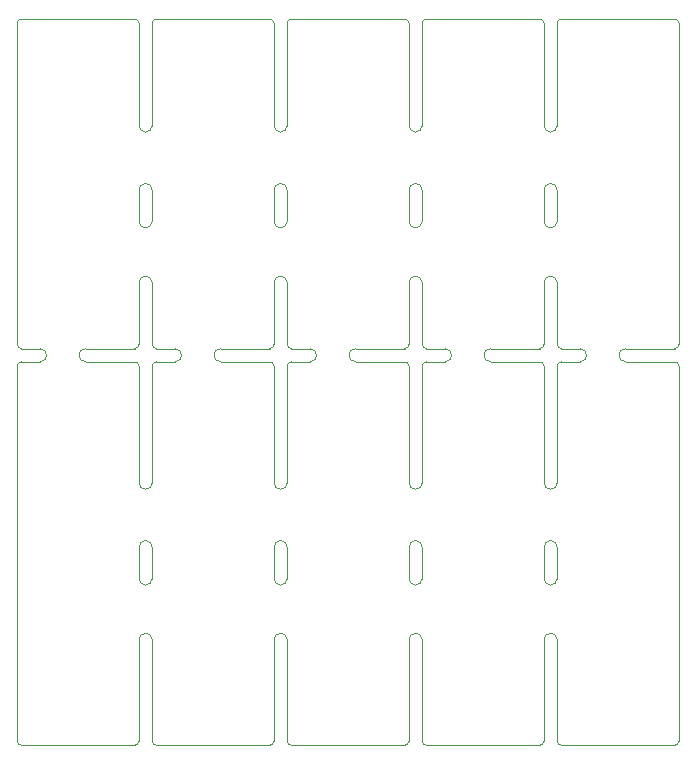
<source format=gm1>
G04 #@! TF.GenerationSoftware,KiCad,Pcbnew,7.0.9*
G04 #@! TF.CreationDate,2023-12-28T16:33:31-08:00*
G04 #@! TF.ProjectId,soic breakouts,736f6963-2062-4726-9561-6b6f7574732e,rev?*
G04 #@! TF.SameCoordinates,Original*
G04 #@! TF.FileFunction,Profile,NP*
%FSLAX46Y46*%
G04 Gerber Fmt 4.6, Leading zero omitted, Abs format (unit mm)*
G04 Created by KiCad (PCBNEW 7.0.9) date 2023-12-28 16:33:31*
%MOMM*%
%LPD*%
G01*
G04 APERTURE LIST*
G04 #@! TA.AperFunction,Profile*
%ADD10C,0.100000*%
G04 #@! TD*
G04 APERTURE END LIST*
D10*
X141706600Y-58394600D02*
X145872200Y-58394600D01*
X141706600Y-58394600D02*
G75*
G03*
X141706600Y-59512200I0J-558800D01*
G01*
X145872200Y-59512200D02*
X141706600Y-59512200D01*
X137845800Y-58394600D02*
X136271000Y-58394600D01*
X137845800Y-59512200D02*
G75*
G03*
X137845800Y-58394600I0J558800D01*
G01*
X137845800Y-59512200D02*
X136271000Y-59512200D01*
X130276600Y-58394600D02*
X134442200Y-58394600D01*
X126415800Y-59512200D02*
X124841000Y-59512200D01*
X130276600Y-58394600D02*
G75*
G03*
X130276600Y-59512200I0J-558800D01*
G01*
X134442200Y-59512200D02*
X130276600Y-59512200D01*
X126415800Y-58394600D02*
X124841000Y-58394600D01*
X126415800Y-59512200D02*
G75*
G03*
X126415800Y-58394600I0J558800D01*
G01*
X118846600Y-58394600D02*
G75*
G03*
X118846600Y-59512200I0J-558800D01*
G01*
X118846600Y-58394600D02*
X123012200Y-58394600D01*
X114985800Y-59512200D02*
X113411000Y-59512200D01*
X114985800Y-58394600D02*
X113411000Y-58394600D01*
X123012200Y-59512200D02*
X118846600Y-59512200D01*
X114985800Y-59512200D02*
G75*
G03*
X114985800Y-58394600I0J558800D01*
G01*
X107416600Y-58394600D02*
G75*
G03*
X107416600Y-59512200I0J-558800D01*
G01*
X103555800Y-58394600D02*
X101981000Y-58394600D01*
X103555800Y-59512200D02*
X101981000Y-59512200D01*
X107416600Y-58394600D02*
X111582200Y-58394600D01*
X103555800Y-59512200D02*
G75*
G03*
X103555800Y-58394600I0J558800D01*
G01*
X111582200Y-59512200D02*
X107416600Y-59512200D01*
X100152200Y-59512200D02*
X95986600Y-59512200D01*
X95986600Y-58394600D02*
X100152200Y-58394600D01*
X92125800Y-59512200D02*
X90551000Y-59512200D01*
X92125800Y-58394600D02*
X90551000Y-58394600D01*
X95986600Y-58394600D02*
G75*
G03*
X95986600Y-59512200I0J-558800D01*
G01*
X92125800Y-59512200D02*
G75*
G03*
X92125800Y-58394600I0J558800D01*
G01*
X135915400Y-77865131D02*
X135915400Y-75198131D01*
X134797800Y-75198131D02*
X134797800Y-77865131D01*
X134797800Y-77865131D02*
G75*
G03*
X135356600Y-78423931I558800J0D01*
G01*
X134797800Y-69748400D02*
G75*
G03*
X135356600Y-70307200I558800J0D01*
G01*
X135356600Y-70307200D02*
G75*
G03*
X135915400Y-69748400I0J558800D01*
G01*
X135915400Y-75198131D02*
G75*
G03*
X135356600Y-74639331I-558800J0D01*
G01*
X135915400Y-83046731D02*
G75*
G03*
X135356600Y-82487931I-558800J0D01*
G01*
X135356600Y-78423931D02*
G75*
G03*
X135915400Y-77865131I0J558800D01*
G01*
X135915400Y-83046731D02*
X135915400Y-91617800D01*
X134797800Y-91617800D02*
X134797800Y-83046731D01*
X135356600Y-82487931D02*
G75*
G03*
X134797800Y-83046731I0J-558800D01*
G01*
X135356600Y-74639331D02*
G75*
G03*
X134797800Y-75198131I0J-558800D01*
G01*
X135915400Y-69748400D02*
X135915400Y-59867800D01*
X134797800Y-59867800D02*
X134797800Y-69748400D01*
X124485400Y-77865131D02*
X124485400Y-75198131D01*
X123367800Y-75198131D02*
X123367800Y-77865131D01*
X124485400Y-83046731D02*
G75*
G03*
X123926600Y-82487931I-558800J0D01*
G01*
X123367800Y-77865131D02*
G75*
G03*
X123926600Y-78423931I558800J0D01*
G01*
X123367800Y-69748400D02*
G75*
G03*
X123926600Y-70307200I558800J0D01*
G01*
X123926600Y-70307200D02*
G75*
G03*
X124485400Y-69748400I0J558800D01*
G01*
X124485400Y-69748400D02*
X124485400Y-59867800D01*
X124485400Y-75198131D02*
G75*
G03*
X123926600Y-74639331I-558800J0D01*
G01*
X123926600Y-78423931D02*
G75*
G03*
X124485400Y-77865131I0J558800D01*
G01*
X124485400Y-83046731D02*
X124485400Y-91617800D01*
X123367800Y-91617800D02*
X123367800Y-83046731D01*
X123926600Y-82487931D02*
G75*
G03*
X123367800Y-83046731I0J-558800D01*
G01*
X123926600Y-74639331D02*
G75*
G03*
X123367800Y-75198131I0J-558800D01*
G01*
X123367800Y-59867800D02*
X123367800Y-69748400D01*
X113055400Y-77865131D02*
X113055400Y-75198131D01*
X111937800Y-75198131D02*
X111937800Y-77865131D01*
X113055400Y-83046731D02*
G75*
G03*
X112496600Y-82487931I-558800J0D01*
G01*
X111937800Y-77865131D02*
G75*
G03*
X112496600Y-78423931I558800J0D01*
G01*
X111937800Y-69748400D02*
G75*
G03*
X112496600Y-70307200I558800J0D01*
G01*
X112496600Y-70307200D02*
G75*
G03*
X113055400Y-69748400I0J558800D01*
G01*
X113055400Y-69748400D02*
X113055400Y-59867800D01*
X113055400Y-75198131D02*
G75*
G03*
X112496600Y-74639331I-558800J0D01*
G01*
X112496600Y-78423931D02*
G75*
G03*
X113055400Y-77865131I0J558800D01*
G01*
X113055400Y-83046731D02*
X113055400Y-91617800D01*
X111937800Y-91617800D02*
X111937800Y-83046731D01*
X112496600Y-82487931D02*
G75*
G03*
X111937800Y-83046731I0J-558800D01*
G01*
X112496600Y-74639331D02*
G75*
G03*
X111937800Y-75198131I0J-558800D01*
G01*
X111937800Y-59867800D02*
X111937800Y-69748400D01*
X111937800Y-59867800D02*
G75*
G03*
X111582200Y-59512200I-355600J0D01*
G01*
X101981000Y-59512200D02*
G75*
G03*
X101625400Y-59867800I0J-355600D01*
G01*
X101625400Y-91617800D02*
G75*
G03*
X101981000Y-91973400I355600J0D01*
G01*
X111582200Y-91973400D02*
G75*
G03*
X111937800Y-91617800I0J355600D01*
G01*
X101981000Y-91973400D02*
X111582200Y-91973400D01*
X101066600Y-70307200D02*
G75*
G03*
X101625400Y-69748400I0J558800D01*
G01*
X101066600Y-78423931D02*
G75*
G03*
X101625400Y-77865131I0J558800D01*
G01*
X101625400Y-83046731D02*
G75*
G03*
X101066600Y-82487931I-558800J0D01*
G01*
X101625400Y-75198131D02*
G75*
G03*
X101066600Y-74639331I-558800J0D01*
G01*
X101625400Y-83046731D02*
X101625400Y-91617800D01*
X100507800Y-91617800D02*
X100507800Y-83046731D01*
X100507800Y-77865131D02*
G75*
G03*
X101066600Y-78423931I558800J0D01*
G01*
X100507800Y-69748400D02*
G75*
G03*
X101066600Y-70307200I558800J0D01*
G01*
X101625400Y-77865131D02*
X101625400Y-75198131D01*
X100507800Y-59867800D02*
X100507800Y-69748400D01*
X101066600Y-82487931D02*
G75*
G03*
X100507800Y-83046731I0J-558800D01*
G01*
X101066600Y-74639331D02*
G75*
G03*
X100507800Y-75198131I0J-558800D01*
G01*
X101625400Y-69748400D02*
X101625400Y-59867800D01*
X100507800Y-75198131D02*
X100507800Y-77865131D01*
X136271000Y-91973400D02*
X145872200Y-91973400D01*
X145872200Y-91973400D02*
G75*
G03*
X146227800Y-91617800I0J355600D01*
G01*
X146227800Y-91617800D02*
X146227800Y-59867800D01*
X146227800Y-59867800D02*
G75*
G03*
X145872200Y-59512200I-355600J0D01*
G01*
X136271000Y-59512200D02*
G75*
G03*
X135915400Y-59867800I0J-355600D01*
G01*
X135915400Y-91617800D02*
G75*
G03*
X136271000Y-91973400I355600J0D01*
G01*
X113411000Y-91973400D02*
X123012200Y-91973400D01*
X123012200Y-91973400D02*
G75*
G03*
X123367800Y-91617800I0J355600D01*
G01*
X123367800Y-59867800D02*
G75*
G03*
X123012200Y-59512200I-355600J0D01*
G01*
X113055400Y-91617800D02*
G75*
G03*
X113411000Y-91973400I355600J0D01*
G01*
X113411000Y-59512200D02*
G75*
G03*
X113055400Y-59867800I0J-355600D01*
G01*
X124841000Y-91973400D02*
X134442200Y-91973400D01*
X134442200Y-91973400D02*
G75*
G03*
X134797800Y-91617800I0J355600D01*
G01*
X124841000Y-59512200D02*
G75*
G03*
X124485400Y-59867800I0J-355600D01*
G01*
X134797800Y-59867800D02*
G75*
G03*
X134442200Y-59512200I-355600J0D01*
G01*
X124485400Y-91617800D02*
G75*
G03*
X124841000Y-91973400I355600J0D01*
G01*
X90551000Y-91973400D02*
X100152200Y-91973400D01*
X100152200Y-91973400D02*
G75*
G03*
X100507800Y-91617800I0J355600D01*
G01*
X100507800Y-59867800D02*
G75*
G03*
X100152200Y-59512200I-355600J0D01*
G01*
X90195400Y-91617800D02*
G75*
G03*
X90551000Y-91973400I355600J0D01*
G01*
X90551000Y-59512200D02*
G75*
G03*
X90195400Y-59867800I0J-355600D01*
G01*
X90195400Y-59867800D02*
X90195400Y-91617800D01*
X101625400Y-52806600D02*
G75*
G03*
X101066600Y-52247800I-558800J0D01*
G01*
X101066600Y-48183800D02*
G75*
G03*
X101625400Y-47625000I0J558800D01*
G01*
X101625400Y-44958000D02*
G75*
G03*
X101066600Y-44399200I-558800J0D01*
G01*
X101066600Y-40067069D02*
G75*
G03*
X101625400Y-39508269I0J558800D01*
G01*
X101066600Y-52247800D02*
G75*
G03*
X100507800Y-52806600I0J-558800D01*
G01*
X101066600Y-44399200D02*
G75*
G03*
X100507800Y-44958000I0J-558800D01*
G01*
X100507800Y-47625000D02*
G75*
G03*
X101066600Y-48183800I558800J0D01*
G01*
X100507800Y-39508269D02*
G75*
G03*
X101066600Y-40067069I558800J0D01*
G01*
X100507800Y-44958000D02*
X100507800Y-47625000D01*
X100507800Y-58039000D02*
X100507800Y-52806600D01*
X101625400Y-52806600D02*
X101625400Y-58039000D01*
X101625400Y-47625000D02*
X101625400Y-44958000D01*
X100507800Y-30835600D02*
G75*
G03*
X100152200Y-30480000I-355600J0D01*
G01*
X90195400Y-58039000D02*
X90195400Y-30835600D01*
X90195400Y-58039000D02*
G75*
G03*
X90551000Y-58394600I355600J0D01*
G01*
X90551000Y-30480000D02*
G75*
G03*
X90195400Y-30835600I0J-355600D01*
G01*
X100152200Y-58394600D02*
G75*
G03*
X100507800Y-58039000I0J355600D01*
G01*
X90551000Y-30480000D02*
X100152200Y-30480000D01*
X100507800Y-30835600D02*
X100507800Y-39508269D01*
X101625400Y-39508269D02*
X101625400Y-30835600D01*
X124485400Y-58039000D02*
X124485400Y-52806600D01*
X123367800Y-52806600D02*
X123367800Y-58039000D01*
X124485400Y-30835600D02*
X124485400Y-39508269D01*
X123367800Y-39508269D02*
X123367800Y-30835600D01*
X124485400Y-52806600D02*
G75*
G03*
X123926600Y-52247800I-558800J0D01*
G01*
X123926600Y-52247800D02*
G75*
G03*
X123367800Y-52806600I0J-558800D01*
G01*
X124485400Y-44958000D02*
G75*
G03*
X123926600Y-44399200I-558800J0D01*
G01*
X123926600Y-44399200D02*
G75*
G03*
X123367800Y-44958000I0J-558800D01*
G01*
X123367800Y-47625000D02*
G75*
G03*
X123926600Y-48183800I558800J0D01*
G01*
X123926600Y-48183800D02*
G75*
G03*
X124485400Y-47625000I0J558800D01*
G01*
X123367800Y-39508269D02*
G75*
G03*
X123926600Y-40067069I558800J0D01*
G01*
X123926600Y-40067069D02*
G75*
G03*
X124485400Y-39508269I0J558800D01*
G01*
X123367800Y-44958000D02*
X123367800Y-47625000D01*
X124485400Y-47625000D02*
X124485400Y-44958000D01*
X146227800Y-30835600D02*
G75*
G03*
X145872200Y-30480000I-355600J0D01*
G01*
X136271000Y-30480000D02*
X145872200Y-30480000D01*
X146227800Y-30835600D02*
X146227800Y-58039000D01*
X135915400Y-58039000D02*
G75*
G03*
X136271000Y-58394600I355600J0D01*
G01*
X145872200Y-58394600D02*
G75*
G03*
X146227800Y-58039000I0J355600D01*
G01*
X136271000Y-30480000D02*
G75*
G03*
X135915400Y-30835600I0J-355600D01*
G01*
X135915400Y-52806600D02*
G75*
G03*
X135356600Y-52247800I-558800J0D01*
G01*
X135356600Y-52247800D02*
G75*
G03*
X134797800Y-52806600I0J-558800D01*
G01*
X135915400Y-44958000D02*
G75*
G03*
X135356600Y-44399200I-558800J0D01*
G01*
X135356600Y-44399200D02*
G75*
G03*
X134797800Y-44958000I0J-558800D01*
G01*
X134797800Y-47625000D02*
G75*
G03*
X135356600Y-48183800I558800J0D01*
G01*
X135356600Y-48183800D02*
G75*
G03*
X135915400Y-47625000I0J558800D01*
G01*
X134797800Y-39508269D02*
G75*
G03*
X135356600Y-40067069I558800J0D01*
G01*
X135356600Y-40067069D02*
G75*
G03*
X135915400Y-39508269I0J558800D01*
G01*
X134797800Y-44958000D02*
X134797800Y-47625000D01*
X134797800Y-58039000D02*
X134797800Y-52806600D01*
X135915400Y-52806600D02*
X135915400Y-58039000D01*
X135915400Y-47625000D02*
X135915400Y-44958000D01*
X134797800Y-30835600D02*
G75*
G03*
X134442200Y-30480000I-355600J0D01*
G01*
X124485400Y-58039000D02*
G75*
G03*
X124841000Y-58394600I355600J0D01*
G01*
X124841000Y-30480000D02*
G75*
G03*
X124485400Y-30835600I0J-355600D01*
G01*
X134442200Y-58394600D02*
G75*
G03*
X134797800Y-58039000I0J355600D01*
G01*
X124841000Y-30480000D02*
X134442200Y-30480000D01*
X134797800Y-30835600D02*
X134797800Y-39508269D01*
X135915400Y-39508269D02*
X135915400Y-30835600D01*
X113055400Y-52806600D02*
G75*
G03*
X112496600Y-52247800I-558800J0D01*
G01*
X112496600Y-52247800D02*
G75*
G03*
X111937800Y-52806600I0J-558800D01*
G01*
X113055400Y-44958000D02*
G75*
G03*
X112496600Y-44399200I-558800J0D01*
G01*
X112496600Y-44399200D02*
G75*
G03*
X111937800Y-44958000I0J-558800D01*
G01*
X111937800Y-47625000D02*
G75*
G03*
X112496600Y-48183800I558800J0D01*
G01*
X112496600Y-48183800D02*
G75*
G03*
X113055400Y-47625000I0J558800D01*
G01*
X111937800Y-39508269D02*
G75*
G03*
X112496600Y-40067069I558800J0D01*
G01*
X112496600Y-40067069D02*
G75*
G03*
X113055400Y-39508269I0J558800D01*
G01*
X113055400Y-47625000D02*
X113055400Y-44958000D01*
X111937800Y-44958000D02*
X111937800Y-47625000D01*
X111937800Y-58039000D02*
X111937800Y-52806600D01*
X113055400Y-52806600D02*
X113055400Y-58039000D01*
X113055400Y-39508269D02*
X113055400Y-30835600D01*
X111937800Y-30835600D02*
X111937800Y-39508269D01*
X123367800Y-30835600D02*
G75*
G03*
X123012200Y-30480000I-355600J0D01*
G01*
X113055400Y-58039000D02*
G75*
G03*
X113411000Y-58394600I355600J0D01*
G01*
X113411000Y-30480000D02*
X123012200Y-30480000D01*
X113411000Y-30480000D02*
G75*
G03*
X113055400Y-30835600I0J-355600D01*
G01*
X123012200Y-58394600D02*
G75*
G03*
X123367800Y-58039000I0J355600D01*
G01*
X111937800Y-30835600D02*
G75*
G03*
X111582200Y-30480000I-355600J0D01*
G01*
X101625400Y-58039000D02*
G75*
G03*
X101981000Y-58394600I355600J0D01*
G01*
X111582200Y-58394600D02*
G75*
G03*
X111937800Y-58039000I0J355600D01*
G01*
X101981000Y-30480000D02*
X111582200Y-30480000D01*
X101981000Y-30480000D02*
G75*
G03*
X101625400Y-30835600I0J-355600D01*
G01*
M02*

</source>
